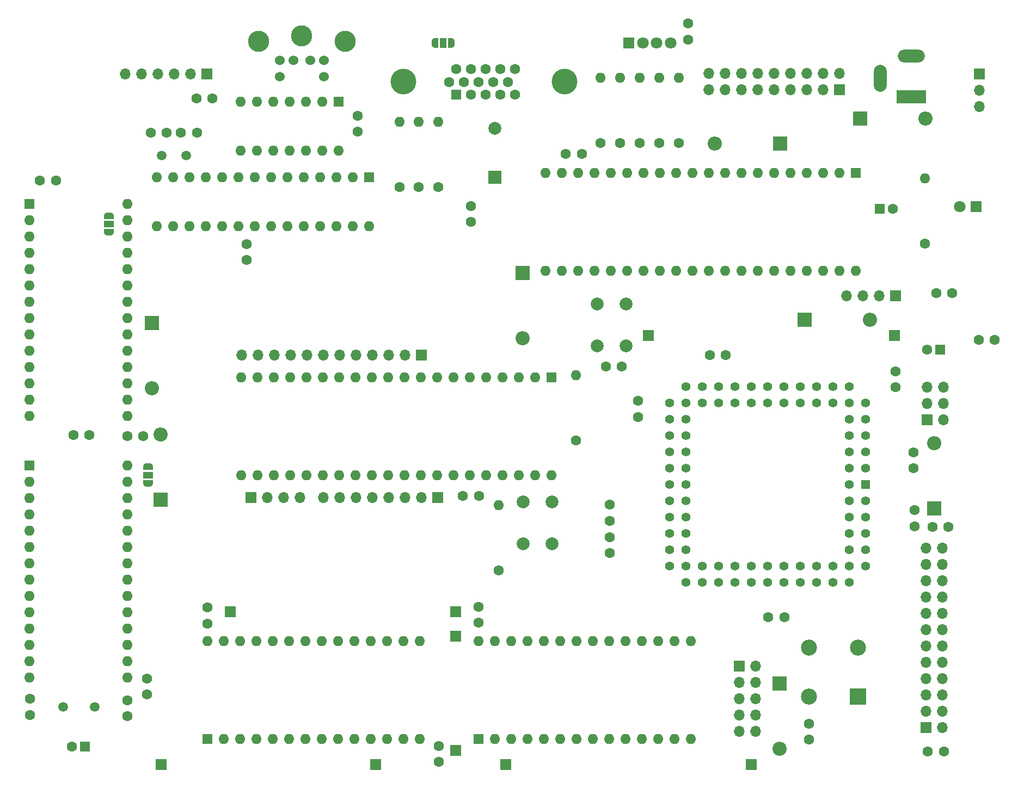
<source format=gbs>
G04 #@! TF.GenerationSoftware,KiCad,Pcbnew,8.0.6*
G04 #@! TF.CreationDate,2024-12-01T17:46:02+03:00*
G04 #@! TF.ProjectId,6502_v1,36353032-5f76-4312-9e6b-696361645f70,rev?*
G04 #@! TF.SameCoordinates,Original*
G04 #@! TF.FileFunction,Soldermask,Bot*
G04 #@! TF.FilePolarity,Negative*
%FSLAX46Y46*%
G04 Gerber Fmt 4.6, Leading zero omitted, Abs format (unit mm)*
G04 Created by KiCad (PCBNEW 8.0.6) date 2024-12-01 17:46:02*
%MOMM*%
%LPD*%
G01*
G04 APERTURE LIST*
G04 Aperture macros list*
%AMFreePoly0*
4,1,19,0.550000,-0.750000,0.000000,-0.750000,0.000000,-0.744911,-0.071157,-0.744911,-0.207708,-0.704816,-0.327430,-0.627875,-0.420627,-0.520320,-0.479746,-0.390866,-0.500000,-0.250000,-0.500000,0.250000,-0.479746,0.390866,-0.420627,0.520320,-0.327430,0.627875,-0.207708,0.704816,-0.071157,0.744911,0.000000,0.744911,0.000000,0.750000,0.550000,0.750000,0.550000,-0.750000,0.550000,-0.750000,
$1*%
%AMFreePoly1*
4,1,19,0.000000,0.744911,0.071157,0.744911,0.207708,0.704816,0.327430,0.627875,0.420627,0.520320,0.479746,0.390866,0.500000,0.250000,0.500000,-0.250000,0.479746,-0.390866,0.420627,-0.520320,0.327430,-0.627875,0.207708,-0.704816,0.071157,-0.744911,0.000000,-0.744911,0.000000,-0.750000,-0.550000,-0.750000,-0.550000,0.750000,0.000000,0.750000,0.000000,0.744911,0.000000,0.744911,
$1*%
G04 Aperture macros list end*
%ADD10R,1.600000X1.600000*%
%ADD11C,1.600000*%
%ADD12C,1.524000*%
%ADD13C,3.300000*%
%ADD14R,1.422400X1.422400*%
%ADD15C,1.422400*%
%ADD16R,1.700000X1.700000*%
%ADD17O,1.700000X1.700000*%
%ADD18C,4.000000*%
%ADD19O,1.600000X1.600000*%
%ADD20R,2.200000X2.200000*%
%ADD21O,2.200000X2.200000*%
%ADD22R,1.800000X1.800000*%
%ADD23C,1.800000*%
%ADD24C,1.500000*%
%ADD25R,4.600000X2.000000*%
%ADD26O,4.200000X2.000000*%
%ADD27O,2.000000X4.200000*%
%ADD28C,2.000000*%
%ADD29R,2.000000X2.000000*%
%ADD30R,2.500000X2.500000*%
%ADD31C,2.500000*%
%ADD32FreePoly0,90.000000*%
%ADD33R,1.500000X1.000000*%
%ADD34FreePoly1,90.000000*%
%ADD35FreePoly0,180.000000*%
%ADD36R,1.000000X1.500000*%
%ADD37FreePoly1,180.000000*%
%ADD38FreePoly0,270.000000*%
%ADD39FreePoly1,270.000000*%
G04 APERTURE END LIST*
D10*
X209650198Y-65878000D03*
D11*
X211650198Y-65878000D03*
D12*
X118450000Y-42800000D03*
X121050000Y-42800000D03*
X116350000Y-42800000D03*
X123150000Y-42800000D03*
X116350000Y-45300000D03*
X123150000Y-45300000D03*
D13*
X113000000Y-39800000D03*
X119750000Y-39000000D03*
X126500000Y-39800000D03*
D14*
X207450198Y-108846000D03*
D15*
X204910198Y-108846000D03*
X207450198Y-106306000D03*
X204910198Y-106306000D03*
X207450198Y-103766000D03*
X204910198Y-103766000D03*
X207450198Y-101226000D03*
X204910198Y-101226000D03*
X207450198Y-98686000D03*
X204910198Y-98686000D03*
X207450198Y-96146000D03*
X204910198Y-93606000D03*
X204910198Y-96146000D03*
X202370198Y-93606000D03*
X202370198Y-96146000D03*
X199830198Y-93606000D03*
X199830198Y-96146000D03*
X197290198Y-93606000D03*
X197290198Y-96146000D03*
X194750198Y-93606000D03*
X194750198Y-96146000D03*
X192210198Y-93606000D03*
X192210198Y-96146000D03*
X189670198Y-93606000D03*
X189670198Y-96146000D03*
X187130198Y-93606000D03*
X187130198Y-96146000D03*
X184590198Y-93606000D03*
X184590198Y-96146000D03*
X182050198Y-93606000D03*
X182050198Y-96146000D03*
X179510198Y-93606000D03*
X176970198Y-96146000D03*
X179510198Y-96146000D03*
X176970198Y-98686000D03*
X179510198Y-98686000D03*
X176970198Y-101226000D03*
X179510198Y-101226000D03*
X176970198Y-103766000D03*
X179510198Y-103766000D03*
X176970198Y-106306000D03*
X179510198Y-106306000D03*
X176970198Y-108846000D03*
X179510198Y-108846000D03*
X176970198Y-111386000D03*
X179510198Y-111386000D03*
X176970198Y-113926000D03*
X179510198Y-113926000D03*
X176970198Y-116466000D03*
X179510198Y-116466000D03*
X176970198Y-119006000D03*
X179510198Y-119006000D03*
X176970198Y-121546000D03*
X179510198Y-124086000D03*
X179510198Y-121546000D03*
X182050198Y-124086000D03*
X182050198Y-121546000D03*
X184590198Y-124086000D03*
X184590198Y-121546000D03*
X187130198Y-124086000D03*
X187130198Y-121546000D03*
X189670198Y-124086000D03*
X189670198Y-121546000D03*
X192210198Y-124086000D03*
X192210198Y-121546000D03*
X194750198Y-124086000D03*
X194750198Y-121546000D03*
X197290198Y-124086000D03*
X197290198Y-121546000D03*
X199830198Y-124086000D03*
X199830198Y-121546000D03*
X202370198Y-124086000D03*
X202370198Y-121546000D03*
X204910198Y-124086000D03*
X207450198Y-121546000D03*
X204910198Y-121546000D03*
X207450198Y-119006000D03*
X204910198Y-119006000D03*
X207450198Y-116466000D03*
X204910198Y-116466000D03*
X207450198Y-113926000D03*
X204910198Y-113926000D03*
X207450198Y-111386000D03*
X204910198Y-111386000D03*
D16*
X138362198Y-88729200D03*
D17*
X135822198Y-88729200D03*
X133282198Y-88729200D03*
X130742198Y-88729200D03*
X128202198Y-88729200D03*
X125662198Y-88729200D03*
X123122198Y-88729200D03*
X120582198Y-88729200D03*
X118042198Y-88729200D03*
X115502198Y-88729200D03*
X112962198Y-88729200D03*
X110422198Y-88729200D03*
D16*
X211950198Y-85678000D03*
D18*
X160579998Y-46078000D03*
X135579998Y-46078000D03*
D10*
X143764998Y-48128000D03*
D11*
X146054998Y-48128000D03*
X148344998Y-48128000D03*
X150634998Y-48128000D03*
X152924998Y-48128000D03*
X142619998Y-46148000D03*
X144909998Y-46148000D03*
X147199998Y-46148000D03*
X149489998Y-46148000D03*
X151779998Y-46148000D03*
X143764998Y-44168000D03*
X146054998Y-44168000D03*
X148344998Y-44168000D03*
X150634998Y-44168000D03*
X152924998Y-44168000D03*
X134950198Y-62538000D03*
D19*
X134950198Y-52378000D03*
D11*
X84200198Y-101178000D03*
X86700198Y-101178000D03*
D16*
X189650198Y-152478000D03*
D20*
X97800198Y-111208000D03*
D21*
X97800198Y-101048000D03*
D22*
X170594798Y-40078000D03*
D23*
X172753798Y-40078000D03*
X174912798Y-40078000D03*
X177071798Y-40078000D03*
D16*
X108650198Y-128678000D03*
D11*
X146000000Y-65450000D03*
X146000000Y-67950000D03*
D10*
X219005311Y-87878000D03*
D11*
X217005311Y-87878000D03*
X219600198Y-150378000D03*
X217100198Y-150378000D03*
X169500198Y-90478000D03*
X167000198Y-90478000D03*
X218400198Y-79078000D03*
X220900198Y-79078000D03*
D16*
X143650198Y-128678000D03*
D11*
X81500198Y-61478000D03*
X79000198Y-61478000D03*
D16*
X217025198Y-98803000D03*
D17*
X219565198Y-98803000D03*
X217025198Y-96263000D03*
X219565198Y-96263000D03*
X217025198Y-93723000D03*
X219565198Y-93723000D03*
D11*
X169248598Y-55658400D03*
D19*
X169248598Y-45498400D03*
D11*
X185700198Y-88678000D03*
X183200198Y-88678000D03*
D16*
X140847991Y-110896022D03*
D17*
X138307991Y-110896022D03*
X135767991Y-110896022D03*
X133227991Y-110896022D03*
X130687991Y-110896022D03*
X128147991Y-110896022D03*
X125607991Y-110896022D03*
X123067991Y-110896022D03*
D16*
X216825198Y-146678000D03*
D17*
X219365198Y-146678000D03*
X216825198Y-144138000D03*
X219365198Y-144138000D03*
X216825198Y-141598000D03*
X219365198Y-141598000D03*
X216825198Y-139058000D03*
X219365198Y-139058000D03*
X216825198Y-136518000D03*
X219365198Y-136518000D03*
X216825198Y-133978000D03*
X219365198Y-133978000D03*
X216825198Y-131438000D03*
X219365198Y-131438000D03*
X216825198Y-128898000D03*
X219365198Y-128898000D03*
X216825198Y-126358000D03*
X219365198Y-126358000D03*
X216825198Y-123818000D03*
X219365198Y-123818000D03*
X216825198Y-121278000D03*
X219365198Y-121278000D03*
X216825198Y-118738000D03*
X219365198Y-118738000D03*
D11*
X194798000Y-129540000D03*
X192298000Y-129540000D03*
X96250198Y-54078000D03*
X98750198Y-54078000D03*
X166175198Y-55633000D03*
D19*
X166175198Y-45473000D03*
D20*
X206570198Y-51878000D03*
D21*
X216730198Y-51878000D03*
D11*
X167650198Y-111978000D03*
X167650198Y-114478000D03*
D20*
X194130198Y-55778000D03*
D21*
X183970198Y-55778000D03*
D24*
X97950198Y-57578000D03*
X101750198Y-57578000D03*
D16*
X187800198Y-137088000D03*
D17*
X190340198Y-137088000D03*
X187800198Y-139628000D03*
X190340198Y-139628000D03*
X187800198Y-142168000D03*
X190340198Y-142168000D03*
X187800198Y-144708000D03*
X190340198Y-144708000D03*
X187800198Y-147248000D03*
X190340198Y-147248000D03*
D25*
X214518000Y-48464000D03*
D26*
X214518000Y-42164000D03*
D27*
X209718000Y-45564000D03*
D28*
X158696998Y-111539600D03*
X158696998Y-118039600D03*
X154196998Y-111539600D03*
X154196998Y-118039600D03*
D16*
X131250198Y-152478000D03*
D11*
X103450198Y-54078000D03*
X100950198Y-54078000D03*
D16*
X203386198Y-47364200D03*
D17*
X203386198Y-44824200D03*
X200846198Y-47364200D03*
X200846198Y-44824200D03*
X198306198Y-47364200D03*
X198306198Y-44824200D03*
X195766198Y-47364200D03*
X195766198Y-44824200D03*
X193226198Y-47364200D03*
X193226198Y-44824200D03*
X190686198Y-47364200D03*
X190686198Y-44824200D03*
X188146198Y-47364200D03*
X188146198Y-44824200D03*
X185606198Y-47364200D03*
X185606198Y-44824200D03*
X183066198Y-47364200D03*
X183066198Y-44824200D03*
D11*
X172050198Y-98328000D03*
X172050198Y-95828000D03*
D16*
X173650198Y-85678000D03*
D10*
X125475198Y-49278000D03*
D19*
X122935198Y-49278000D03*
X120395198Y-49278000D03*
X117855198Y-49278000D03*
X115315198Y-49278000D03*
X112775198Y-49278000D03*
X110235198Y-49278000D03*
X110235198Y-56898000D03*
X112775198Y-56898000D03*
X115315198Y-56898000D03*
X117855198Y-56898000D03*
X120395198Y-56898000D03*
X122935198Y-56898000D03*
X125475198Y-56898000D03*
D29*
X149750198Y-60978000D03*
D28*
X149750198Y-53378000D03*
D20*
X218050198Y-112558000D03*
D21*
X218050198Y-102398000D03*
D11*
X217800198Y-115478000D03*
X220300198Y-115478000D03*
X160800198Y-57378000D03*
X163300198Y-57378000D03*
D24*
X82600198Y-143478000D03*
X87500198Y-143478000D03*
D20*
X197970198Y-83178000D03*
D21*
X208130198Y-83178000D03*
D10*
X105073198Y-148475000D03*
D19*
X107613198Y-148475000D03*
X110153198Y-148475000D03*
X112693198Y-148475000D03*
X115233198Y-148475000D03*
X117773198Y-148475000D03*
X120313198Y-148475000D03*
X122853198Y-148475000D03*
X125393198Y-148475000D03*
X127933198Y-148475000D03*
X130473198Y-148475000D03*
X133013198Y-148475000D03*
X135553198Y-148475000D03*
X138093198Y-148475000D03*
X138093198Y-133235000D03*
X135553198Y-133235000D03*
X133013198Y-133235000D03*
X130473198Y-133235000D03*
X127933198Y-133235000D03*
X125393198Y-133235000D03*
X122853198Y-133235000D03*
X120313198Y-133235000D03*
X117773198Y-133235000D03*
X115233198Y-133235000D03*
X112693198Y-133235000D03*
X110153198Y-133235000D03*
X107613198Y-133235000D03*
X105073198Y-133235000D03*
D11*
X111150198Y-71378000D03*
X111150198Y-73878000D03*
X215050198Y-115328000D03*
X215050198Y-112828000D03*
X198628000Y-146070000D03*
X198628000Y-148570000D03*
D20*
X96450198Y-83678000D03*
D21*
X96450198Y-93838000D03*
D11*
X147252198Y-130365200D03*
X147252198Y-127865200D03*
D16*
X151450198Y-152478000D03*
D10*
X77397198Y-105918000D03*
D19*
X77397198Y-108458000D03*
X77397198Y-110998000D03*
X77397198Y-113538000D03*
X77397198Y-116078000D03*
X77397198Y-118618000D03*
X77397198Y-121158000D03*
X77397198Y-123698000D03*
X77397198Y-126238000D03*
X77397198Y-128778000D03*
X77397198Y-131318000D03*
X77397198Y-133858000D03*
X77397198Y-136398000D03*
X77397198Y-138938000D03*
X92637198Y-138938000D03*
X92637198Y-136398000D03*
X92637198Y-133858000D03*
X92637198Y-131318000D03*
X92637198Y-128778000D03*
X92637198Y-126238000D03*
X92637198Y-123698000D03*
X92637198Y-121158000D03*
X92637198Y-118618000D03*
X92637198Y-116078000D03*
X92637198Y-113538000D03*
X92637198Y-110998000D03*
X92637198Y-108458000D03*
X92637198Y-105918000D03*
D11*
X103350000Y-48700000D03*
X105850000Y-48700000D03*
D10*
X130170198Y-60978000D03*
D19*
X127630198Y-60978000D03*
X125090198Y-60978000D03*
X122550198Y-60978000D03*
X120010198Y-60978000D03*
X117470198Y-60978000D03*
X114930198Y-60978000D03*
X112390198Y-60978000D03*
X109850198Y-60978000D03*
X107310198Y-60978000D03*
X104770198Y-60978000D03*
X102230198Y-60978000D03*
X99690198Y-60978000D03*
X97150198Y-60978000D03*
X97150198Y-68598000D03*
X99690198Y-68598000D03*
X102230198Y-68598000D03*
X104770198Y-68598000D03*
X107310198Y-68598000D03*
X109850198Y-68598000D03*
X112390198Y-68598000D03*
X114930198Y-68598000D03*
X117470198Y-68598000D03*
X120010198Y-68598000D03*
X122550198Y-68598000D03*
X125090198Y-68598000D03*
X127630198Y-68598000D03*
X130170198Y-68598000D03*
D11*
X212050198Y-91228000D03*
X212050198Y-93728000D03*
D10*
X147237198Y-148475000D03*
D19*
X149777198Y-148475000D03*
X152317198Y-148475000D03*
X154857198Y-148475000D03*
X157397198Y-148475000D03*
X159937198Y-148475000D03*
X162477198Y-148475000D03*
X165017198Y-148475000D03*
X167557198Y-148475000D03*
X170097198Y-148475000D03*
X172637198Y-148475000D03*
X175177198Y-148475000D03*
X177717198Y-148475000D03*
X180257198Y-148475000D03*
X180257198Y-133235000D03*
X177717198Y-133235000D03*
X175177198Y-133235000D03*
X172637198Y-133235000D03*
X170097198Y-133235000D03*
X167557198Y-133235000D03*
X165017198Y-133235000D03*
X162477198Y-133235000D03*
X159937198Y-133235000D03*
X157397198Y-133235000D03*
X154857198Y-133235000D03*
X152317198Y-133235000D03*
X149777198Y-133235000D03*
X147237198Y-133235000D03*
D22*
X224625198Y-65578000D03*
D23*
X222085198Y-65578000D03*
D11*
X92650198Y-142428000D03*
X92650198Y-144928000D03*
D30*
X206270198Y-141898000D03*
D31*
X206270198Y-134278000D03*
X198650198Y-134278000D03*
X198650198Y-141898000D03*
D11*
X95650198Y-139028000D03*
X95650198Y-141528000D03*
D16*
X225139231Y-44938070D03*
D17*
X225139231Y-47478070D03*
X225139231Y-50018070D03*
D11*
X214850198Y-106328000D03*
X214850198Y-103828000D03*
X167650198Y-119528000D03*
X167650198Y-117028000D03*
X77450198Y-142228000D03*
X77450198Y-144728000D03*
X175352998Y-55658400D03*
D19*
X175352998Y-45498400D03*
D11*
X105037398Y-130517600D03*
X105037398Y-128017600D03*
X178392598Y-55658400D03*
D19*
X178392598Y-45498400D03*
D10*
X158593198Y-92155000D03*
D19*
X156053198Y-92155000D03*
X153513198Y-92155000D03*
X150973198Y-92155000D03*
X148433198Y-92155000D03*
X145893198Y-92155000D03*
X143353198Y-92155000D03*
X140813198Y-92155000D03*
X138273198Y-92155000D03*
X135733198Y-92155000D03*
X133193198Y-92155000D03*
X130653198Y-92155000D03*
X128113198Y-92155000D03*
X125573198Y-92155000D03*
X123033198Y-92155000D03*
X120493198Y-92155000D03*
X117953198Y-92155000D03*
X115413198Y-92155000D03*
X112873198Y-92155000D03*
X110333198Y-92155000D03*
X110333198Y-107395000D03*
X112873198Y-107395000D03*
X115413198Y-107395000D03*
X117953198Y-107395000D03*
X120493198Y-107395000D03*
X123033198Y-107395000D03*
X125573198Y-107395000D03*
X128113198Y-107395000D03*
X130653198Y-107395000D03*
X133193198Y-107395000D03*
X135733198Y-107395000D03*
X138273198Y-107395000D03*
X140813198Y-107395000D03*
X143353198Y-107395000D03*
X145893198Y-107395000D03*
X148433198Y-107395000D03*
X150973198Y-107395000D03*
X153513198Y-107395000D03*
X156053198Y-107395000D03*
X158593198Y-107395000D03*
D11*
X92611398Y-101276800D03*
X95111398Y-101276800D03*
D16*
X143650198Y-150278000D03*
D11*
X216650198Y-71358000D03*
D19*
X216650198Y-61198000D03*
D11*
X147300198Y-110628000D03*
X144800198Y-110628000D03*
D16*
X143650198Y-132478000D03*
X212050198Y-79478000D03*
D17*
X209510198Y-79478000D03*
X206970198Y-79478000D03*
X204430198Y-79478000D03*
D11*
X128450198Y-53928000D03*
X128450198Y-51428000D03*
X162365198Y-101988000D03*
D19*
X162365198Y-91828000D03*
D11*
X140950198Y-62558000D03*
D19*
X140950198Y-52398000D03*
D16*
X104975198Y-44878000D03*
D17*
X102435198Y-44878000D03*
X99895198Y-44878000D03*
X97355198Y-44878000D03*
X94815198Y-44878000D03*
X92275198Y-44878000D03*
D11*
X137950198Y-62558000D03*
D19*
X137950198Y-52398000D03*
D16*
X97850198Y-152478000D03*
D11*
X150350198Y-122178000D03*
D19*
X150350198Y-112018000D03*
D16*
X111866002Y-110889515D03*
D17*
X114406002Y-110889515D03*
X116946002Y-110889515D03*
X119486002Y-110889515D03*
D10*
X86005311Y-149678000D03*
D11*
X84005311Y-149678000D03*
D10*
X77397198Y-65158000D03*
D19*
X77397198Y-67698000D03*
X77397198Y-70238000D03*
X77397198Y-72778000D03*
X77397198Y-75318000D03*
X77397198Y-77858000D03*
X77397198Y-80398000D03*
X77397198Y-82938000D03*
X77397198Y-85478000D03*
X77397198Y-88018000D03*
X77397198Y-90558000D03*
X77397198Y-93098000D03*
X77397198Y-95638000D03*
X77397198Y-98178000D03*
X92637198Y-98178000D03*
X92637198Y-95638000D03*
X92637198Y-93098000D03*
X92637198Y-90558000D03*
X92637198Y-88018000D03*
X92637198Y-85478000D03*
X92637198Y-82938000D03*
X92637198Y-80398000D03*
X92637198Y-77858000D03*
X92637198Y-75318000D03*
X92637198Y-72778000D03*
X92637198Y-70238000D03*
X92637198Y-67698000D03*
X92637198Y-65158000D03*
D10*
X205926198Y-60332000D03*
D19*
X203386198Y-60332000D03*
X200846198Y-60332000D03*
X198306198Y-60332000D03*
X195766198Y-60332000D03*
X193226198Y-60332000D03*
X190686198Y-60332000D03*
X188146198Y-60332000D03*
X185606198Y-60332000D03*
X183066198Y-60332000D03*
X180526198Y-60332000D03*
X177986198Y-60332000D03*
X175446198Y-60332000D03*
X172906198Y-60332000D03*
X170366198Y-60332000D03*
X167826198Y-60332000D03*
X165286198Y-60332000D03*
X162746198Y-60332000D03*
X160206198Y-60332000D03*
X157666198Y-60332000D03*
X157666198Y-75572000D03*
X160206198Y-75572000D03*
X162746198Y-75572000D03*
X165286198Y-75572000D03*
X167826198Y-75572000D03*
X170366198Y-75572000D03*
X172906198Y-75572000D03*
X175446198Y-75572000D03*
X177986198Y-75572000D03*
X180526198Y-75572000D03*
X183066198Y-75572000D03*
X185606198Y-75572000D03*
X188146198Y-75572000D03*
X190686198Y-75572000D03*
X193226198Y-75572000D03*
X195766198Y-75572000D03*
X198306198Y-75572000D03*
X200846198Y-75572000D03*
X203386198Y-75572000D03*
X205926198Y-75572000D03*
D11*
X225000198Y-86278000D03*
X227500198Y-86278000D03*
X179850198Y-39578000D03*
X179850198Y-37078000D03*
X172296598Y-55658400D03*
D19*
X172296598Y-45498400D03*
D28*
X165700198Y-87228000D03*
X165700198Y-80728000D03*
X170200198Y-87228000D03*
X170200198Y-80728000D03*
D20*
X194050198Y-139798000D03*
D21*
X194050198Y-149958000D03*
D20*
X154050198Y-75920000D03*
D21*
X154050198Y-86080000D03*
D11*
X141050198Y-152028000D03*
X141050198Y-149528000D03*
D32*
X89750198Y-69578000D03*
D33*
X89750198Y-68278000D03*
D34*
X89750198Y-66978000D03*
D35*
X143032000Y-40132000D03*
D36*
X141732000Y-40132000D03*
D37*
X140432000Y-40132000D03*
D38*
X95850198Y-106078000D03*
D33*
X95850198Y-107378000D03*
D39*
X95850198Y-108678000D03*
M02*

</source>
